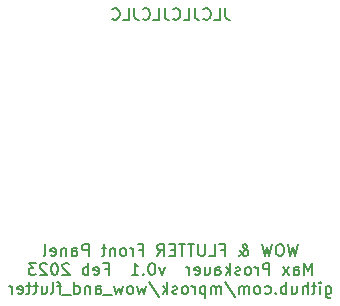
<source format=gbr>
%TF.GenerationSoftware,KiCad,Pcbnew,(6.0.5)*%
%TF.CreationDate,2023-02-15T12:53:04-05:00*%
%TF.ProjectId,wow_and_flutter,776f775f-616e-4645-9f66-6c7574746572,rev?*%
%TF.SameCoordinates,Original*%
%TF.FileFunction,Legend,Bot*%
%TF.FilePolarity,Positive*%
%FSLAX46Y46*%
G04 Gerber Fmt 4.6, Leading zero omitted, Abs format (unit mm)*
G04 Created by KiCad (PCBNEW (6.0.5)) date 2023-02-15 12:53:04*
%MOMM*%
%LPD*%
G01*
G04 APERTURE LIST*
%ADD10C,0.150000*%
G04 APERTURE END LIST*
D10*
X102201904Y-96902380D02*
X101963809Y-97902380D01*
X101773333Y-97188095D01*
X101582857Y-97902380D01*
X101344761Y-96902380D01*
X100773333Y-96902380D02*
X100582857Y-96902380D01*
X100487619Y-96950000D01*
X100392380Y-97045238D01*
X100344761Y-97235714D01*
X100344761Y-97569047D01*
X100392380Y-97759523D01*
X100487619Y-97854761D01*
X100582857Y-97902380D01*
X100773333Y-97902380D01*
X100868571Y-97854761D01*
X100963809Y-97759523D01*
X101011428Y-97569047D01*
X101011428Y-97235714D01*
X100963809Y-97045238D01*
X100868571Y-96950000D01*
X100773333Y-96902380D01*
X100011428Y-96902380D02*
X99773333Y-97902380D01*
X99582857Y-97188095D01*
X99392380Y-97902380D01*
X99154285Y-96902380D01*
X97201904Y-97902380D02*
X97249523Y-97902380D01*
X97344761Y-97854761D01*
X97487619Y-97711904D01*
X97725714Y-97426190D01*
X97820952Y-97283333D01*
X97868571Y-97140476D01*
X97868571Y-97045238D01*
X97820952Y-96950000D01*
X97725714Y-96902380D01*
X97678095Y-96902380D01*
X97582857Y-96950000D01*
X97535238Y-97045238D01*
X97535238Y-97092857D01*
X97582857Y-97188095D01*
X97630476Y-97235714D01*
X97916190Y-97426190D01*
X97963809Y-97473809D01*
X98011428Y-97569047D01*
X98011428Y-97711904D01*
X97963809Y-97807142D01*
X97916190Y-97854761D01*
X97820952Y-97902380D01*
X97678095Y-97902380D01*
X97582857Y-97854761D01*
X97535238Y-97807142D01*
X97392380Y-97616666D01*
X97344761Y-97473809D01*
X97344761Y-97378571D01*
X95678095Y-97378571D02*
X96011428Y-97378571D01*
X96011428Y-97902380D02*
X96011428Y-96902380D01*
X95535238Y-96902380D01*
X94678095Y-97902380D02*
X95154285Y-97902380D01*
X95154285Y-96902380D01*
X94344761Y-96902380D02*
X94344761Y-97711904D01*
X94297142Y-97807142D01*
X94249523Y-97854761D01*
X94154285Y-97902380D01*
X93963809Y-97902380D01*
X93868571Y-97854761D01*
X93820952Y-97807142D01*
X93773333Y-97711904D01*
X93773333Y-96902380D01*
X93440000Y-96902380D02*
X92868571Y-96902380D01*
X93154285Y-97902380D02*
X93154285Y-96902380D01*
X92678095Y-96902380D02*
X92106666Y-96902380D01*
X92392380Y-97902380D02*
X92392380Y-96902380D01*
X91773333Y-97378571D02*
X91440000Y-97378571D01*
X91297142Y-97902380D02*
X91773333Y-97902380D01*
X91773333Y-96902380D01*
X91297142Y-96902380D01*
X90297142Y-97902380D02*
X90630476Y-97426190D01*
X90868571Y-97902380D02*
X90868571Y-96902380D01*
X90487619Y-96902380D01*
X90392380Y-96950000D01*
X90344761Y-96997619D01*
X90297142Y-97092857D01*
X90297142Y-97235714D01*
X90344761Y-97330952D01*
X90392380Y-97378571D01*
X90487619Y-97426190D01*
X90868571Y-97426190D01*
X88773333Y-97378571D02*
X89106666Y-97378571D01*
X89106666Y-97902380D02*
X89106666Y-96902380D01*
X88630476Y-96902380D01*
X88249523Y-97902380D02*
X88249523Y-97235714D01*
X88249523Y-97426190D02*
X88201904Y-97330952D01*
X88154285Y-97283333D01*
X88059047Y-97235714D01*
X87963809Y-97235714D01*
X87487619Y-97902380D02*
X87582857Y-97854761D01*
X87630476Y-97807142D01*
X87678095Y-97711904D01*
X87678095Y-97426190D01*
X87630476Y-97330952D01*
X87582857Y-97283333D01*
X87487619Y-97235714D01*
X87344761Y-97235714D01*
X87249523Y-97283333D01*
X87201904Y-97330952D01*
X87154285Y-97426190D01*
X87154285Y-97711904D01*
X87201904Y-97807142D01*
X87249523Y-97854761D01*
X87344761Y-97902380D01*
X87487619Y-97902380D01*
X86725714Y-97235714D02*
X86725714Y-97902380D01*
X86725714Y-97330952D02*
X86678095Y-97283333D01*
X86582857Y-97235714D01*
X86440000Y-97235714D01*
X86344761Y-97283333D01*
X86297142Y-97378571D01*
X86297142Y-97902380D01*
X85963809Y-97235714D02*
X85582857Y-97235714D01*
X85820952Y-96902380D02*
X85820952Y-97759523D01*
X85773333Y-97854761D01*
X85678095Y-97902380D01*
X85582857Y-97902380D01*
X84487619Y-97902380D02*
X84487619Y-96902380D01*
X84106666Y-96902380D01*
X84011428Y-96950000D01*
X83963809Y-96997619D01*
X83916190Y-97092857D01*
X83916190Y-97235714D01*
X83963809Y-97330952D01*
X84011428Y-97378571D01*
X84106666Y-97426190D01*
X84487619Y-97426190D01*
X83059047Y-97902380D02*
X83059047Y-97378571D01*
X83106666Y-97283333D01*
X83201904Y-97235714D01*
X83392380Y-97235714D01*
X83487619Y-97283333D01*
X83059047Y-97854761D02*
X83154285Y-97902380D01*
X83392380Y-97902380D01*
X83487619Y-97854761D01*
X83535238Y-97759523D01*
X83535238Y-97664285D01*
X83487619Y-97569047D01*
X83392380Y-97521428D01*
X83154285Y-97521428D01*
X83059047Y-97473809D01*
X82582857Y-97235714D02*
X82582857Y-97902380D01*
X82582857Y-97330952D02*
X82535238Y-97283333D01*
X82440000Y-97235714D01*
X82297142Y-97235714D01*
X82201904Y-97283333D01*
X82154285Y-97378571D01*
X82154285Y-97902380D01*
X81297142Y-97854761D02*
X81392380Y-97902380D01*
X81582857Y-97902380D01*
X81678095Y-97854761D01*
X81725714Y-97759523D01*
X81725714Y-97378571D01*
X81678095Y-97283333D01*
X81582857Y-97235714D01*
X81392380Y-97235714D01*
X81297142Y-97283333D01*
X81249523Y-97378571D01*
X81249523Y-97473809D01*
X81725714Y-97569047D01*
X80678095Y-97902380D02*
X80773333Y-97854761D01*
X80820952Y-97759523D01*
X80820952Y-96902380D01*
X103416190Y-99512380D02*
X103416190Y-98512380D01*
X103082857Y-99226666D01*
X102749523Y-98512380D01*
X102749523Y-99512380D01*
X101844761Y-99512380D02*
X101844761Y-98988571D01*
X101892380Y-98893333D01*
X101987619Y-98845714D01*
X102178095Y-98845714D01*
X102273333Y-98893333D01*
X101844761Y-99464761D02*
X101940000Y-99512380D01*
X102178095Y-99512380D01*
X102273333Y-99464761D01*
X102320952Y-99369523D01*
X102320952Y-99274285D01*
X102273333Y-99179047D01*
X102178095Y-99131428D01*
X101940000Y-99131428D01*
X101844761Y-99083809D01*
X101463809Y-99512380D02*
X100940000Y-98845714D01*
X101463809Y-98845714D02*
X100940000Y-99512380D01*
X99797142Y-99512380D02*
X99797142Y-98512380D01*
X99416190Y-98512380D01*
X99320952Y-98560000D01*
X99273333Y-98607619D01*
X99225714Y-98702857D01*
X99225714Y-98845714D01*
X99273333Y-98940952D01*
X99320952Y-98988571D01*
X99416190Y-99036190D01*
X99797142Y-99036190D01*
X98797142Y-99512380D02*
X98797142Y-98845714D01*
X98797142Y-99036190D02*
X98749523Y-98940952D01*
X98701904Y-98893333D01*
X98606666Y-98845714D01*
X98511428Y-98845714D01*
X98035238Y-99512380D02*
X98130476Y-99464761D01*
X98178095Y-99417142D01*
X98225714Y-99321904D01*
X98225714Y-99036190D01*
X98178095Y-98940952D01*
X98130476Y-98893333D01*
X98035238Y-98845714D01*
X97892380Y-98845714D01*
X97797142Y-98893333D01*
X97749523Y-98940952D01*
X97701904Y-99036190D01*
X97701904Y-99321904D01*
X97749523Y-99417142D01*
X97797142Y-99464761D01*
X97892380Y-99512380D01*
X98035238Y-99512380D01*
X97320952Y-99464761D02*
X97225714Y-99512380D01*
X97035238Y-99512380D01*
X96940000Y-99464761D01*
X96892380Y-99369523D01*
X96892380Y-99321904D01*
X96940000Y-99226666D01*
X97035238Y-99179047D01*
X97178095Y-99179047D01*
X97273333Y-99131428D01*
X97320952Y-99036190D01*
X97320952Y-98988571D01*
X97273333Y-98893333D01*
X97178095Y-98845714D01*
X97035238Y-98845714D01*
X96940000Y-98893333D01*
X96463809Y-99512380D02*
X96463809Y-98512380D01*
X96368571Y-99131428D02*
X96082857Y-99512380D01*
X96082857Y-98845714D02*
X96463809Y-99226666D01*
X95225714Y-99512380D02*
X95225714Y-98988571D01*
X95273333Y-98893333D01*
X95368571Y-98845714D01*
X95559047Y-98845714D01*
X95654285Y-98893333D01*
X95225714Y-99464761D02*
X95320952Y-99512380D01*
X95559047Y-99512380D01*
X95654285Y-99464761D01*
X95701904Y-99369523D01*
X95701904Y-99274285D01*
X95654285Y-99179047D01*
X95559047Y-99131428D01*
X95320952Y-99131428D01*
X95225714Y-99083809D01*
X94320952Y-98845714D02*
X94320952Y-99512380D01*
X94749523Y-98845714D02*
X94749523Y-99369523D01*
X94701904Y-99464761D01*
X94606666Y-99512380D01*
X94463809Y-99512380D01*
X94368571Y-99464761D01*
X94320952Y-99417142D01*
X93463809Y-99464761D02*
X93559047Y-99512380D01*
X93749523Y-99512380D01*
X93844761Y-99464761D01*
X93892380Y-99369523D01*
X93892380Y-98988571D01*
X93844761Y-98893333D01*
X93749523Y-98845714D01*
X93559047Y-98845714D01*
X93463809Y-98893333D01*
X93416190Y-98988571D01*
X93416190Y-99083809D01*
X93892380Y-99179047D01*
X92987619Y-99512380D02*
X92987619Y-98845714D01*
X92987619Y-99036190D02*
X92940000Y-98940952D01*
X92892380Y-98893333D01*
X92797142Y-98845714D01*
X92701904Y-98845714D01*
X90940000Y-98845714D02*
X90701904Y-99512380D01*
X90463809Y-98845714D01*
X89892380Y-98512380D02*
X89797142Y-98512380D01*
X89701904Y-98560000D01*
X89654285Y-98607619D01*
X89606666Y-98702857D01*
X89559047Y-98893333D01*
X89559047Y-99131428D01*
X89606666Y-99321904D01*
X89654285Y-99417142D01*
X89701904Y-99464761D01*
X89797142Y-99512380D01*
X89892380Y-99512380D01*
X89987619Y-99464761D01*
X90035238Y-99417142D01*
X90082857Y-99321904D01*
X90130476Y-99131428D01*
X90130476Y-98893333D01*
X90082857Y-98702857D01*
X90035238Y-98607619D01*
X89987619Y-98560000D01*
X89892380Y-98512380D01*
X89130476Y-99417142D02*
X89082857Y-99464761D01*
X89130476Y-99512380D01*
X89178095Y-99464761D01*
X89130476Y-99417142D01*
X89130476Y-99512380D01*
X88130476Y-99512380D02*
X88701904Y-99512380D01*
X88416190Y-99512380D02*
X88416190Y-98512380D01*
X88511428Y-98655238D01*
X88606666Y-98750476D01*
X88701904Y-98798095D01*
X85844761Y-98988571D02*
X86178095Y-98988571D01*
X86178095Y-99512380D02*
X86178095Y-98512380D01*
X85701904Y-98512380D01*
X84940000Y-99464761D02*
X85035238Y-99512380D01*
X85225714Y-99512380D01*
X85320952Y-99464761D01*
X85368571Y-99369523D01*
X85368571Y-98988571D01*
X85320952Y-98893333D01*
X85225714Y-98845714D01*
X85035238Y-98845714D01*
X84940000Y-98893333D01*
X84892380Y-98988571D01*
X84892380Y-99083809D01*
X85368571Y-99179047D01*
X84463809Y-99512380D02*
X84463809Y-98512380D01*
X84463809Y-98893333D02*
X84368571Y-98845714D01*
X84178095Y-98845714D01*
X84082857Y-98893333D01*
X84035238Y-98940952D01*
X83987619Y-99036190D01*
X83987619Y-99321904D01*
X84035238Y-99417142D01*
X84082857Y-99464761D01*
X84178095Y-99512380D01*
X84368571Y-99512380D01*
X84463809Y-99464761D01*
X82844761Y-98607619D02*
X82797142Y-98560000D01*
X82701904Y-98512380D01*
X82463809Y-98512380D01*
X82368571Y-98560000D01*
X82320952Y-98607619D01*
X82273333Y-98702857D01*
X82273333Y-98798095D01*
X82320952Y-98940952D01*
X82892380Y-99512380D01*
X82273333Y-99512380D01*
X81654285Y-98512380D02*
X81559047Y-98512380D01*
X81463809Y-98560000D01*
X81416190Y-98607619D01*
X81368571Y-98702857D01*
X81320952Y-98893333D01*
X81320952Y-99131428D01*
X81368571Y-99321904D01*
X81416190Y-99417142D01*
X81463809Y-99464761D01*
X81559047Y-99512380D01*
X81654285Y-99512380D01*
X81749523Y-99464761D01*
X81797142Y-99417142D01*
X81844761Y-99321904D01*
X81892380Y-99131428D01*
X81892380Y-98893333D01*
X81844761Y-98702857D01*
X81797142Y-98607619D01*
X81749523Y-98560000D01*
X81654285Y-98512380D01*
X80940000Y-98607619D02*
X80892380Y-98560000D01*
X80797142Y-98512380D01*
X80559047Y-98512380D01*
X80463809Y-98560000D01*
X80416190Y-98607619D01*
X80368571Y-98702857D01*
X80368571Y-98798095D01*
X80416190Y-98940952D01*
X80987619Y-99512380D01*
X80368571Y-99512380D01*
X80035238Y-98512380D02*
X79416190Y-98512380D01*
X79749523Y-98893333D01*
X79606666Y-98893333D01*
X79511428Y-98940952D01*
X79463809Y-98988571D01*
X79416190Y-99083809D01*
X79416190Y-99321904D01*
X79463809Y-99417142D01*
X79511428Y-99464761D01*
X79606666Y-99512380D01*
X79892380Y-99512380D01*
X79987619Y-99464761D01*
X80035238Y-99417142D01*
X104559047Y-100455714D02*
X104559047Y-101265238D01*
X104606666Y-101360476D01*
X104654285Y-101408095D01*
X104749523Y-101455714D01*
X104892380Y-101455714D01*
X104987619Y-101408095D01*
X104559047Y-101074761D02*
X104654285Y-101122380D01*
X104844761Y-101122380D01*
X104940000Y-101074761D01*
X104987619Y-101027142D01*
X105035238Y-100931904D01*
X105035238Y-100646190D01*
X104987619Y-100550952D01*
X104940000Y-100503333D01*
X104844761Y-100455714D01*
X104654285Y-100455714D01*
X104559047Y-100503333D01*
X104082857Y-101122380D02*
X104082857Y-100455714D01*
X104082857Y-100122380D02*
X104130476Y-100170000D01*
X104082857Y-100217619D01*
X104035238Y-100170000D01*
X104082857Y-100122380D01*
X104082857Y-100217619D01*
X103749523Y-100455714D02*
X103368571Y-100455714D01*
X103606666Y-100122380D02*
X103606666Y-100979523D01*
X103559047Y-101074761D01*
X103463809Y-101122380D01*
X103368571Y-101122380D01*
X103035238Y-101122380D02*
X103035238Y-100122380D01*
X102606666Y-101122380D02*
X102606666Y-100598571D01*
X102654285Y-100503333D01*
X102749523Y-100455714D01*
X102892380Y-100455714D01*
X102987619Y-100503333D01*
X103035238Y-100550952D01*
X101701904Y-100455714D02*
X101701904Y-101122380D01*
X102130476Y-100455714D02*
X102130476Y-100979523D01*
X102082857Y-101074761D01*
X101987619Y-101122380D01*
X101844761Y-101122380D01*
X101749523Y-101074761D01*
X101701904Y-101027142D01*
X101225714Y-101122380D02*
X101225714Y-100122380D01*
X101225714Y-100503333D02*
X101130476Y-100455714D01*
X100940000Y-100455714D01*
X100844761Y-100503333D01*
X100797142Y-100550952D01*
X100749523Y-100646190D01*
X100749523Y-100931904D01*
X100797142Y-101027142D01*
X100844761Y-101074761D01*
X100940000Y-101122380D01*
X101130476Y-101122380D01*
X101225714Y-101074761D01*
X100320952Y-101027142D02*
X100273333Y-101074761D01*
X100320952Y-101122380D01*
X100368571Y-101074761D01*
X100320952Y-101027142D01*
X100320952Y-101122380D01*
X99416190Y-101074761D02*
X99511428Y-101122380D01*
X99701904Y-101122380D01*
X99797142Y-101074761D01*
X99844761Y-101027142D01*
X99892380Y-100931904D01*
X99892380Y-100646190D01*
X99844761Y-100550952D01*
X99797142Y-100503333D01*
X99701904Y-100455714D01*
X99511428Y-100455714D01*
X99416190Y-100503333D01*
X98844761Y-101122380D02*
X98940000Y-101074761D01*
X98987619Y-101027142D01*
X99035238Y-100931904D01*
X99035238Y-100646190D01*
X98987619Y-100550952D01*
X98940000Y-100503333D01*
X98844761Y-100455714D01*
X98701904Y-100455714D01*
X98606666Y-100503333D01*
X98559047Y-100550952D01*
X98511428Y-100646190D01*
X98511428Y-100931904D01*
X98559047Y-101027142D01*
X98606666Y-101074761D01*
X98701904Y-101122380D01*
X98844761Y-101122380D01*
X98082857Y-101122380D02*
X98082857Y-100455714D01*
X98082857Y-100550952D02*
X98035238Y-100503333D01*
X97940000Y-100455714D01*
X97797142Y-100455714D01*
X97701904Y-100503333D01*
X97654285Y-100598571D01*
X97654285Y-101122380D01*
X97654285Y-100598571D02*
X97606666Y-100503333D01*
X97511428Y-100455714D01*
X97368571Y-100455714D01*
X97273333Y-100503333D01*
X97225714Y-100598571D01*
X97225714Y-101122380D01*
X96035238Y-100074761D02*
X96892380Y-101360476D01*
X95701904Y-101122380D02*
X95701904Y-100455714D01*
X95701904Y-100550952D02*
X95654285Y-100503333D01*
X95559047Y-100455714D01*
X95416190Y-100455714D01*
X95320952Y-100503333D01*
X95273333Y-100598571D01*
X95273333Y-101122380D01*
X95273333Y-100598571D02*
X95225714Y-100503333D01*
X95130476Y-100455714D01*
X94987619Y-100455714D01*
X94892380Y-100503333D01*
X94844761Y-100598571D01*
X94844761Y-101122380D01*
X94368571Y-100455714D02*
X94368571Y-101455714D01*
X94368571Y-100503333D02*
X94273333Y-100455714D01*
X94082857Y-100455714D01*
X93987619Y-100503333D01*
X93940000Y-100550952D01*
X93892380Y-100646190D01*
X93892380Y-100931904D01*
X93940000Y-101027142D01*
X93987619Y-101074761D01*
X94082857Y-101122380D01*
X94273333Y-101122380D01*
X94368571Y-101074761D01*
X93463809Y-101122380D02*
X93463809Y-100455714D01*
X93463809Y-100646190D02*
X93416190Y-100550952D01*
X93368571Y-100503333D01*
X93273333Y-100455714D01*
X93178095Y-100455714D01*
X92701904Y-101122380D02*
X92797142Y-101074761D01*
X92844761Y-101027142D01*
X92892380Y-100931904D01*
X92892380Y-100646190D01*
X92844761Y-100550952D01*
X92797142Y-100503333D01*
X92701904Y-100455714D01*
X92559047Y-100455714D01*
X92463809Y-100503333D01*
X92416190Y-100550952D01*
X92368571Y-100646190D01*
X92368571Y-100931904D01*
X92416190Y-101027142D01*
X92463809Y-101074761D01*
X92559047Y-101122380D01*
X92701904Y-101122380D01*
X91987619Y-101074761D02*
X91892380Y-101122380D01*
X91701904Y-101122380D01*
X91606666Y-101074761D01*
X91559047Y-100979523D01*
X91559047Y-100931904D01*
X91606666Y-100836666D01*
X91701904Y-100789047D01*
X91844761Y-100789047D01*
X91940000Y-100741428D01*
X91987619Y-100646190D01*
X91987619Y-100598571D01*
X91940000Y-100503333D01*
X91844761Y-100455714D01*
X91701904Y-100455714D01*
X91606666Y-100503333D01*
X91130476Y-101122380D02*
X91130476Y-100122380D01*
X91035238Y-100741428D02*
X90749523Y-101122380D01*
X90749523Y-100455714D02*
X91130476Y-100836666D01*
X89606666Y-100074761D02*
X90463809Y-101360476D01*
X89368571Y-100455714D02*
X89178095Y-101122380D01*
X88987619Y-100646190D01*
X88797142Y-101122380D01*
X88606666Y-100455714D01*
X88082857Y-101122380D02*
X88178095Y-101074761D01*
X88225714Y-101027142D01*
X88273333Y-100931904D01*
X88273333Y-100646190D01*
X88225714Y-100550952D01*
X88178095Y-100503333D01*
X88082857Y-100455714D01*
X87940000Y-100455714D01*
X87844761Y-100503333D01*
X87797142Y-100550952D01*
X87749523Y-100646190D01*
X87749523Y-100931904D01*
X87797142Y-101027142D01*
X87844761Y-101074761D01*
X87940000Y-101122380D01*
X88082857Y-101122380D01*
X87416190Y-100455714D02*
X87225714Y-101122380D01*
X87035238Y-100646190D01*
X86844761Y-101122380D01*
X86654285Y-100455714D01*
X86511428Y-101217619D02*
X85749523Y-101217619D01*
X85082857Y-101122380D02*
X85082857Y-100598571D01*
X85130476Y-100503333D01*
X85225714Y-100455714D01*
X85416190Y-100455714D01*
X85511428Y-100503333D01*
X85082857Y-101074761D02*
X85178095Y-101122380D01*
X85416190Y-101122380D01*
X85511428Y-101074761D01*
X85559047Y-100979523D01*
X85559047Y-100884285D01*
X85511428Y-100789047D01*
X85416190Y-100741428D01*
X85178095Y-100741428D01*
X85082857Y-100693809D01*
X84606666Y-100455714D02*
X84606666Y-101122380D01*
X84606666Y-100550952D02*
X84559047Y-100503333D01*
X84463809Y-100455714D01*
X84320952Y-100455714D01*
X84225714Y-100503333D01*
X84178095Y-100598571D01*
X84178095Y-101122380D01*
X83273333Y-101122380D02*
X83273333Y-100122380D01*
X83273333Y-101074761D02*
X83368571Y-101122380D01*
X83559047Y-101122380D01*
X83654285Y-101074761D01*
X83701904Y-101027142D01*
X83749523Y-100931904D01*
X83749523Y-100646190D01*
X83701904Y-100550952D01*
X83654285Y-100503333D01*
X83559047Y-100455714D01*
X83368571Y-100455714D01*
X83273333Y-100503333D01*
X83035238Y-101217619D02*
X82273333Y-101217619D01*
X82178095Y-100455714D02*
X81797142Y-100455714D01*
X82035238Y-101122380D02*
X82035238Y-100265238D01*
X81987619Y-100170000D01*
X81892380Y-100122380D01*
X81797142Y-100122380D01*
X81320952Y-101122380D02*
X81416190Y-101074761D01*
X81463809Y-100979523D01*
X81463809Y-100122380D01*
X80511428Y-100455714D02*
X80511428Y-101122380D01*
X80940000Y-100455714D02*
X80940000Y-100979523D01*
X80892380Y-101074761D01*
X80797142Y-101122380D01*
X80654285Y-101122380D01*
X80559047Y-101074761D01*
X80511428Y-101027142D01*
X80178095Y-100455714D02*
X79797142Y-100455714D01*
X80035238Y-100122380D02*
X80035238Y-100979523D01*
X79987619Y-101074761D01*
X79892380Y-101122380D01*
X79797142Y-101122380D01*
X79606666Y-100455714D02*
X79225714Y-100455714D01*
X79463809Y-100122380D02*
X79463809Y-100979523D01*
X79416190Y-101074761D01*
X79320952Y-101122380D01*
X79225714Y-101122380D01*
X78511428Y-101074761D02*
X78606666Y-101122380D01*
X78797142Y-101122380D01*
X78892380Y-101074761D01*
X78940000Y-100979523D01*
X78940000Y-100598571D01*
X78892380Y-100503333D01*
X78797142Y-100455714D01*
X78606666Y-100455714D01*
X78511428Y-100503333D01*
X78463809Y-100598571D01*
X78463809Y-100693809D01*
X78940000Y-100789047D01*
X78035238Y-101122380D02*
X78035238Y-100455714D01*
X78035238Y-100646190D02*
X77987619Y-100550952D01*
X77940000Y-100503333D01*
X77844761Y-100455714D01*
X77749523Y-100455714D01*
X96059047Y-76922380D02*
X96059047Y-77636666D01*
X96106666Y-77779523D01*
X96201904Y-77874761D01*
X96344761Y-77922380D01*
X96440000Y-77922380D01*
X95106666Y-77922380D02*
X95582857Y-77922380D01*
X95582857Y-76922380D01*
X94201904Y-77827142D02*
X94249523Y-77874761D01*
X94392380Y-77922380D01*
X94487619Y-77922380D01*
X94630476Y-77874761D01*
X94725714Y-77779523D01*
X94773333Y-77684285D01*
X94820952Y-77493809D01*
X94820952Y-77350952D01*
X94773333Y-77160476D01*
X94725714Y-77065238D01*
X94630476Y-76970000D01*
X94487619Y-76922380D01*
X94392380Y-76922380D01*
X94249523Y-76970000D01*
X94201904Y-77017619D01*
X93487619Y-76922380D02*
X93487619Y-77636666D01*
X93535238Y-77779523D01*
X93630476Y-77874761D01*
X93773333Y-77922380D01*
X93868571Y-77922380D01*
X92535238Y-77922380D02*
X93011428Y-77922380D01*
X93011428Y-76922380D01*
X91630476Y-77827142D02*
X91678095Y-77874761D01*
X91820952Y-77922380D01*
X91916190Y-77922380D01*
X92059047Y-77874761D01*
X92154285Y-77779523D01*
X92201904Y-77684285D01*
X92249523Y-77493809D01*
X92249523Y-77350952D01*
X92201904Y-77160476D01*
X92154285Y-77065238D01*
X92059047Y-76970000D01*
X91916190Y-76922380D01*
X91820952Y-76922380D01*
X91678095Y-76970000D01*
X91630476Y-77017619D01*
X90916190Y-76922380D02*
X90916190Y-77636666D01*
X90963809Y-77779523D01*
X91059047Y-77874761D01*
X91201904Y-77922380D01*
X91297142Y-77922380D01*
X89963809Y-77922380D02*
X90440000Y-77922380D01*
X90440000Y-76922380D01*
X89059047Y-77827142D02*
X89106666Y-77874761D01*
X89249523Y-77922380D01*
X89344761Y-77922380D01*
X89487619Y-77874761D01*
X89582857Y-77779523D01*
X89630476Y-77684285D01*
X89678095Y-77493809D01*
X89678095Y-77350952D01*
X89630476Y-77160476D01*
X89582857Y-77065238D01*
X89487619Y-76970000D01*
X89344761Y-76922380D01*
X89249523Y-76922380D01*
X89106666Y-76970000D01*
X89059047Y-77017619D01*
X88344761Y-76922380D02*
X88344761Y-77636666D01*
X88392380Y-77779523D01*
X88487619Y-77874761D01*
X88630476Y-77922380D01*
X88725714Y-77922380D01*
X87392380Y-77922380D02*
X87868571Y-77922380D01*
X87868571Y-76922380D01*
X86487619Y-77827142D02*
X86535238Y-77874761D01*
X86678095Y-77922380D01*
X86773333Y-77922380D01*
X86916190Y-77874761D01*
X87011428Y-77779523D01*
X87059047Y-77684285D01*
X87106666Y-77493809D01*
X87106666Y-77350952D01*
X87059047Y-77160476D01*
X87011428Y-77065238D01*
X86916190Y-76970000D01*
X86773333Y-76922380D01*
X86678095Y-76922380D01*
X86535238Y-76970000D01*
X86487619Y-77017619D01*
M02*

</source>
